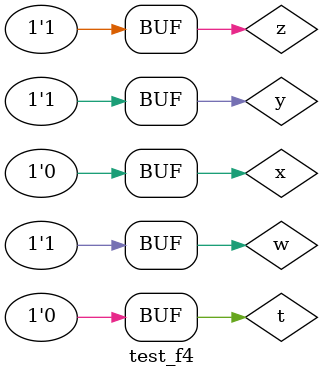
<source format=v>
module f4 (output s, input x, input y, input z, input w, input t); 
	 
	assign s = (~x & ~y & ~t) | (~x & y & ~w) | (x & ~y & ~w) | (x & y & ~z & t) | (x & y & z & w);
	
endmodule // f4 
	
module test_f4; 
	// definir dados 
	
	reg x; 
	reg b;
	reg z;
	reg w;
	reg t;
	
	wire s; 
	
	f4 modulo1 (s, x, y, z, w, t); 
	
	// parte principal 
	initial begin 
	
		$display("Exemplo0035 - Pedro Henrique Hardeman Guedes - 397260"); 
		$display("Test LU's module"); 
		x = 1; y = 0; z = 0; w = 0; t = 1;
	
	
	// projetar testes do modulo 
	$display("X  Y  Z  W  T  S");
	$monitor("%b  %b  %b  %b  %b  %b",x, y, z, w, t, s);
	#1 x = 0; y = 1; z = 1; w = 0; t = 0;
	#1 x = 1; y = 0; z = 0; w = 1; t = 1;
	#1 x = 0; y = 1; z = 1; w = 1; t = 0;
	
	end 
endmodule // test_f4 

// OBS.: DAR PREFERENCIA 'AS DESCRICOES POR PORTAS.
</source>
